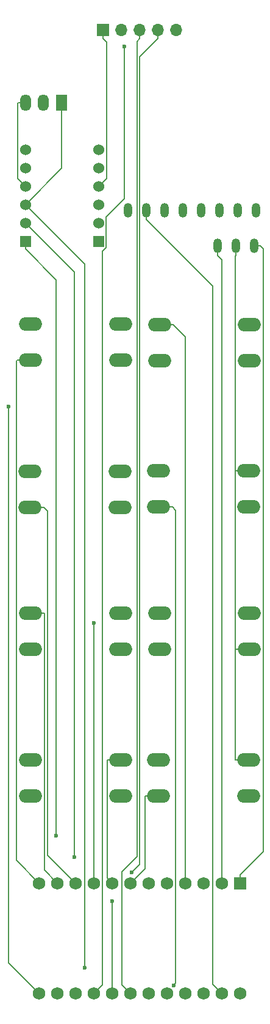
<source format=gbr>
%TF.GenerationSoftware,KiCad,Pcbnew,8.0.6*%
%TF.CreationDate,2025-02-23T20:10:21-06:00*%
%TF.ProjectId,fullycustomcontrolle one hand,66756c6c-7963-4757-9374-6f6d636f6e74,rev?*%
%TF.SameCoordinates,Original*%
%TF.FileFunction,Copper,L1,Top*%
%TF.FilePolarity,Positive*%
%FSLAX46Y46*%
G04 Gerber Fmt 4.6, Leading zero omitted, Abs format (unit mm)*
G04 Created by KiCad (PCBNEW 8.0.6) date 2025-02-23 20:10:21*
%MOMM*%
%LPD*%
G01*
G04 APERTURE LIST*
%TA.AperFunction,ComponentPad*%
%ADD10O,3.200000X1.900000*%
%TD*%
%TA.AperFunction,ComponentPad*%
%ADD11O,1.200000X2.000000*%
%TD*%
%TA.AperFunction,ComponentPad*%
%ADD12R,1.752600X1.752600*%
%TD*%
%TA.AperFunction,ComponentPad*%
%ADD13C,1.752600*%
%TD*%
%TA.AperFunction,ComponentPad*%
%ADD14R,1.700000X1.700000*%
%TD*%
%TA.AperFunction,ComponentPad*%
%ADD15O,1.700000X1.700000*%
%TD*%
%TA.AperFunction,ComponentPad*%
%ADD16C,1.524000*%
%TD*%
%TA.AperFunction,ComponentPad*%
%ADD17R,1.524000X1.524000*%
%TD*%
%TA.AperFunction,ComponentPad*%
%ADD18R,1.500000X2.300000*%
%TD*%
%TA.AperFunction,ComponentPad*%
%ADD19O,1.500000X2.300000*%
%TD*%
%TA.AperFunction,ViaPad*%
%ADD20C,0.600000*%
%TD*%
%TA.AperFunction,Conductor*%
%ADD21C,0.200000*%
%TD*%
G04 APERTURE END LIST*
D10*
%TO.P,SW9,1,1*%
%TO.N,Net-(SW9-Pad1)*%
X197685000Y-66755000D03*
X210185000Y-66755000D03*
%TO.P,SW9,2,2*%
%TO.N,Net-(U1-B6)*%
X197685000Y-71755000D03*
X210185000Y-71755000D03*
%TD*%
%TO.P,SW8,1,1*%
%TO.N,Net-(SW5-B)*%
X197585000Y-87035000D03*
X210085000Y-87035000D03*
%TO.P,SW8,2,2*%
%TO.N,Net-(U1-B2)*%
X197585000Y-92035000D03*
X210085000Y-92035000D03*
%TD*%
D11*
%TO.P,MPU1,1,VCC*%
%TO.N,Net-(MPU1-VCC)*%
X193330000Y-50950000D03*
%TO.P,MPU1,2,GND*%
%TO.N,Net-(J1-Pin_1)*%
X195870000Y-50950000D03*
%TO.P,MPU1,3,SCL*%
%TO.N,Net-(MPU1-SCL)*%
X198410000Y-50950000D03*
%TO.P,MPU1,4,SDA*%
%TO.N,Net-(MPU1-SDA)*%
X200950000Y-50950000D03*
%TO.P,MPU1,5,XDA*%
%TO.N,unconnected-(MPU1-XDA-Pad5)*%
X203490000Y-50950000D03*
%TO.P,MPU1,6,XCL*%
%TO.N,unconnected-(MPU1-XCL-Pad6)*%
X206030000Y-50950000D03*
%TO.P,MPU1,7,AD0*%
%TO.N,unconnected-(MPU1-AD0-Pad7)*%
X208570000Y-50950000D03*
%TO.P,MPU1,8,INT*%
%TO.N,unconnected-(MPU1-INT-Pad8)*%
X211110000Y-50950000D03*
%TD*%
%TO.P,SW5,1,A*%
%TO.N,Net-(SW5-A)*%
X210820000Y-55880000D03*
%TO.P,SW5,2,B*%
%TO.N,Net-(SW5-B)*%
X208280000Y-55880000D03*
%TO.P,SW5,3,C*%
%TO.N,Net-(SW5-C)*%
X205740000Y-55880000D03*
%TD*%
D10*
%TO.P,SW6,1,1*%
%TO.N,Net-(U1-E6)*%
X192205000Y-92075000D03*
X179705000Y-92075000D03*
%TO.P,SW6,2,2*%
%TO.N,Net-(SW5-B)*%
X192205000Y-87075000D03*
X179705000Y-87075000D03*
%TD*%
D12*
%TO.P,U1,1,TX*%
%TO.N,Net-(SW5-A)*%
X208915000Y-144145000D03*
D13*
%TO.P,U1,2,RX*%
%TO.N,Net-(SW5-C)*%
X206375000Y-144145000D03*
%TO.P,U1,3,GND*%
%TO.N,Net-(SW5-B)*%
X203835000Y-144145000D03*
%TO.P,U1,4,GND*%
%TO.N,Net-(SW9-Pad1)*%
X201295000Y-144145000D03*
%TO.P,U1,5,SDA*%
%TO.N,Net-(U1-SDA)*%
X198755000Y-144145000D03*
%TO.P,U1,6,SCL*%
%TO.N,Net-(U1-SCL)*%
X196215000Y-144145000D03*
%TO.P,U1,7,D4*%
%TO.N,Net-(U1-D4)*%
X193675000Y-144145000D03*
%TO.P,U1,8,C6*%
%TO.N,Net-(U1-C6)*%
X191135000Y-144145000D03*
%TO.P,U1,9,D7*%
%TO.N,Net-(U1-D7)*%
X188595000Y-144145000D03*
%TO.P,U1,10,E6*%
%TO.N,Net-(U1-E6)*%
X186055000Y-144145000D03*
%TO.P,U1,11,B4*%
%TO.N,Net-(U1-B4)*%
X183515000Y-144145000D03*
%TO.P,U1,12,B5*%
%TO.N,Net-(U1-B5)*%
X180975000Y-144145000D03*
%TO.P,U1,13,B6*%
%TO.N,Net-(U1-B6)*%
X180975000Y-159385000D03*
%TO.P,U1,14,B2*%
%TO.N,Net-(U1-B2)*%
X183515000Y-159385000D03*
%TO.P,U1,15,B3*%
%TO.N,unconnected-(U1-B3-Pad15)*%
X186055000Y-159385000D03*
%TO.P,U1,16,B1*%
%TO.N,Net-(J1-Pin_5)*%
X188595000Y-159385000D03*
%TO.P,U1,17,F7*%
%TO.N,Net-(J1-Pin_4)*%
X191135000Y-159385000D03*
%TO.P,U1,18,F6*%
%TO.N,Net-(J1-Pin_3)*%
X193675000Y-159385000D03*
%TO.P,U1,19,F5*%
%TO.N,unconnected-(U1-F5-Pad19)*%
X196215000Y-159385000D03*
%TO.P,U1,20,F4*%
%TO.N,unconnected-(U1-F4-Pad20)*%
X198755000Y-159385000D03*
%TO.P,U1,21,VCC*%
%TO.N,Net-(J1-Pin_2)*%
X201295000Y-159385000D03*
%TO.P,U1,22,RST*%
%TO.N,unconnected-(U1-RST-Pad22)*%
X203835000Y-159385000D03*
%TO.P,U1,23,GND*%
%TO.N,Net-(J1-Pin_1)*%
X206375000Y-159385000D03*
%TO.P,U1,24,RAW*%
%TO.N,unconnected-(U1-RAW-Pad24)*%
X208915000Y-159385000D03*
%TD*%
D10*
%TO.P,SW7,1,1*%
%TO.N,Net-(U1-B4)*%
X179805000Y-106720000D03*
X192305000Y-106720000D03*
%TO.P,SW7,2,2*%
%TO.N,Net-(SW5-B)*%
X179805000Y-111720000D03*
X192305000Y-111720000D03*
%TD*%
D14*
%TO.P,J1,1,Pin_1*%
%TO.N,Net-(J1-Pin_1)*%
X189865000Y-26010000D03*
D15*
%TO.P,J1,2,Pin_2*%
%TO.N,Net-(J1-Pin_2)*%
X192405000Y-26010000D03*
%TO.P,J1,3,Pin_3*%
%TO.N,Net-(J1-Pin_3)*%
X194945000Y-26010000D03*
%TO.P,J1,4,Pin_4*%
%TO.N,Net-(J1-Pin_4)*%
X197485000Y-26010000D03*
%TO.P,J1,5,Pin_5*%
%TO.N,Net-(J1-Pin_5)*%
X200025000Y-26010000D03*
%TD*%
D10*
%TO.P,SW1,1,1*%
%TO.N,Net-(U1-D7)*%
X197685000Y-106760000D03*
X210185000Y-106760000D03*
%TO.P,SW1,2,2*%
%TO.N,Net-(SW5-B)*%
X197685000Y-111760000D03*
X210185000Y-111760000D03*
%TD*%
D16*
%TO.P,U3,GND_1,GND*%
%TO.N,Net-(J1-Pin_1)*%
X179070000Y-47625000D03*
%TO.P,U3,GND_2,GND*%
X189230000Y-47625000D03*
%TO.P,U3,HV,HV*%
%TO.N,Net-(J1-Pin_2)*%
X179070000Y-50165000D03*
D17*
%TO.P,U3,HV1,HV1*%
%TO.N,Net-(U1-SDA)*%
X179070000Y-55245000D03*
D16*
%TO.P,U3,HV2,HV2*%
%TO.N,Net-(U1-SCL)*%
X179070000Y-52705000D03*
%TO.P,U3,HV3,HV3*%
%TO.N,unconnected-(U3-PadHV3)*%
X179070000Y-45085000D03*
%TO.P,U3,HV4,HV4*%
%TO.N,unconnected-(U3-PadHV4)*%
X179070000Y-42545000D03*
%TO.P,U3,LV,LV*%
%TO.N,Net-(MPU1-VCC)*%
X189230000Y-50165000D03*
D17*
%TO.P,U3,LV1,LV1*%
%TO.N,Net-(MPU1-SDA)*%
X189230000Y-55245000D03*
D16*
%TO.P,U3,LV2,LV2*%
%TO.N,Net-(MPU1-SCL)*%
X189230000Y-52705000D03*
%TO.P,U3,LV3,LV3*%
%TO.N,unconnected-(U3-PadLV3)*%
X189230000Y-45085000D03*
%TO.P,U3,LV4,LV4*%
%TO.N,unconnected-(U3-PadLV4)*%
X189230000Y-42545000D03*
%TD*%
D10*
%TO.P,SW2,1,1*%
%TO.N,Net-(U1-D4)*%
X210085000Y-132040000D03*
X197585000Y-132040000D03*
%TO.P,SW2,2,2*%
%TO.N,Net-(SW5-B)*%
X210085000Y-127040000D03*
X197585000Y-127040000D03*
%TD*%
%TO.P,SW3,1,1*%
%TO.N,Net-(U1-B5)*%
X192305000Y-71715000D03*
X179805000Y-71715000D03*
%TO.P,SW3,2,2*%
%TO.N,Net-(SW5-B)*%
X192305000Y-66715000D03*
X179805000Y-66715000D03*
%TD*%
D18*
%TO.P,U2,1,IN*%
%TO.N,Net-(J1-Pin_2)*%
X184100000Y-36015000D03*
D19*
%TO.P,U2,2,OUT*%
%TO.N,Net-(MPU1-VCC)*%
X181560000Y-36015000D03*
%TO.P,U2,3,GND*%
%TO.N,Net-(J1-Pin_1)*%
X179110000Y-36015000D03*
%TD*%
D10*
%TO.P,SW4,1,1*%
%TO.N,Net-(U1-C6)*%
X179805000Y-127040000D03*
X192305000Y-127040000D03*
%TO.P,SW4,2,2*%
%TO.N,Net-(SW5-B)*%
X179805000Y-132040000D03*
X192305000Y-132040000D03*
%TD*%
D20*
%TO.N,Net-(U1-B6)*%
X176728400Y-78107200D03*
%TO.N,Net-(U1-SDA)*%
X183328600Y-137523200D03*
%TO.N,Net-(U1-B2)*%
X199669900Y-158284100D03*
%TO.N,Net-(U1-SCL)*%
X185869200Y-140494000D03*
%TO.N,Net-(J1-Pin_5)*%
X192764700Y-28216700D03*
%TO.N,Net-(J1-Pin_4)*%
X193848900Y-142670600D03*
X191135000Y-146649500D03*
%TO.N,Net-(U1-D7)*%
X188555400Y-108063400D03*
%TO.N,Net-(J1-Pin_2)*%
X187325000Y-155879700D03*
%TD*%
D21*
%TO.N,Net-(SW9-Pad1)*%
X197685000Y-66755000D02*
X199586700Y-66755000D01*
X201295000Y-68463300D02*
X199586700Y-66755000D01*
X201295000Y-144145000D02*
X201295000Y-68463300D01*
%TO.N,Net-(U1-B6)*%
X176728400Y-155138400D02*
X176728400Y-78107200D01*
X180975000Y-159385000D02*
X176728400Y-155138400D01*
%TO.N,Net-(SW5-B)*%
X208183300Y-57278400D02*
X208183300Y-87035000D01*
X208280000Y-57181700D02*
X208183300Y-57278400D01*
X210085000Y-87035000D02*
X208183300Y-87035000D01*
X208280000Y-55880000D02*
X208280000Y-57181700D01*
X210185000Y-111760000D02*
X208283300Y-111760000D01*
X210085000Y-127040000D02*
X208183300Y-127040000D01*
X208183300Y-111860000D02*
X208283300Y-111760000D01*
X208183300Y-127040000D02*
X208183300Y-111860000D01*
X208183300Y-111660000D02*
X208183300Y-87035000D01*
X208283300Y-111760000D02*
X208183300Y-111660000D01*
%TO.N,Net-(U1-C6)*%
X190403300Y-143413300D02*
X190403300Y-127040000D01*
X191135000Y-144145000D02*
X190403300Y-143413300D01*
X192305000Y-127040000D02*
X190403300Y-127040000D01*
%TO.N,Net-(U1-B4)*%
X181706700Y-142336700D02*
X181706700Y-106720000D01*
X183515000Y-144145000D02*
X181706700Y-142336700D01*
X179805000Y-106720000D02*
X181706700Y-106720000D01*
%TO.N,Net-(SW5-A)*%
X212088700Y-56247000D02*
X211721700Y-55880000D01*
X212088700Y-139793300D02*
X212088700Y-56247000D01*
X208915000Y-142967000D02*
X212088700Y-139793300D01*
X208915000Y-144145000D02*
X208915000Y-142967000D01*
X210820000Y-55880000D02*
X211721700Y-55880000D01*
%TO.N,Net-(U1-SDA)*%
X183328600Y-60567300D02*
X183328600Y-137523200D01*
X179070000Y-56308700D02*
X183328600Y-60567300D01*
X179070000Y-55245000D02*
X179070000Y-56308700D01*
%TO.N,Net-(SW5-C)*%
X206375000Y-57816700D02*
X205740000Y-57181700D01*
X206375000Y-144145000D02*
X206375000Y-57816700D01*
X205740000Y-55880000D02*
X205740000Y-57181700D01*
%TO.N,Net-(U1-B2)*%
X199949300Y-92497600D02*
X199486700Y-92035000D01*
X199949300Y-158004700D02*
X199949300Y-92497600D01*
X199669900Y-158284100D02*
X199949300Y-158004700D01*
X197585000Y-92035000D02*
X199486700Y-92035000D01*
%TO.N,Net-(U1-E6)*%
X182149200Y-92617500D02*
X181606700Y-92075000D01*
X182149200Y-140239200D02*
X182149200Y-92617500D01*
X186055000Y-144145000D02*
X182149200Y-140239200D01*
X179705000Y-92075000D02*
X181606700Y-92075000D01*
%TO.N,Net-(U1-SCL)*%
X185869200Y-59504200D02*
X185869200Y-140494000D01*
X179070000Y-52705000D02*
X185869200Y-59504200D01*
%TO.N,Net-(J1-Pin_3)*%
X192480300Y-158190300D02*
X193675000Y-159385000D01*
X192480300Y-142541700D02*
X192480300Y-158190300D01*
X194543300Y-140478700D02*
X192480300Y-142541700D01*
X194543300Y-27563400D02*
X194543300Y-140478700D01*
X194945000Y-27161700D02*
X194543300Y-27563400D01*
X194945000Y-26010000D02*
X194945000Y-27161700D01*
%TO.N,Net-(J1-Pin_5)*%
X189784400Y-158195600D02*
X188595000Y-159385000D01*
X189784400Y-56641300D02*
X189784400Y-158195600D01*
X190293700Y-56132000D02*
X189784400Y-56641300D01*
X190293700Y-51848300D02*
X190293700Y-56132000D01*
X192764700Y-49377300D02*
X190293700Y-51848300D01*
X192764700Y-28216700D02*
X192764700Y-49377300D01*
%TO.N,Net-(J1-Pin_4)*%
X191135000Y-146649500D02*
X191135000Y-159385000D01*
X194945100Y-141574400D02*
X193848900Y-142670600D01*
X194945100Y-29701600D02*
X194945100Y-141574400D01*
X197485000Y-27161700D02*
X194945100Y-29701600D01*
X197485000Y-26010000D02*
X197485000Y-27161700D01*
%TO.N,Net-(U1-B5)*%
X177796800Y-140966800D02*
X180975000Y-144145000D01*
X177796800Y-71821500D02*
X177796800Y-140966800D01*
X177903300Y-71715000D02*
X177796800Y-71821500D01*
X179805000Y-71715000D02*
X177903300Y-71715000D01*
%TO.N,Net-(U1-D4)*%
X195683300Y-142136700D02*
X195683300Y-132040000D01*
X193675000Y-144145000D02*
X195683300Y-142136700D01*
X197585000Y-132040000D02*
X195683300Y-132040000D01*
%TO.N,Net-(U1-D7)*%
X188555400Y-144105400D02*
X188555400Y-108063400D01*
X188595000Y-144145000D02*
X188555400Y-144105400D01*
%TO.N,Net-(J1-Pin_2)*%
X184100000Y-45135000D02*
X184100000Y-36015000D01*
X179070000Y-50165000D02*
X184100000Y-45135000D01*
X187325000Y-58420000D02*
X187325000Y-155879700D01*
X179070000Y-50165000D02*
X187325000Y-58420000D01*
%TO.N,Net-(J1-Pin_1)*%
X177961600Y-46516600D02*
X179070000Y-47625000D01*
X177961600Y-36111700D02*
X177961600Y-46516600D01*
X178058300Y-36015000D02*
X177961600Y-36111700D01*
X179110000Y-36015000D02*
X178058300Y-36015000D01*
X190339100Y-46515900D02*
X189230000Y-47625000D01*
X190339100Y-27635800D02*
X190339100Y-46515900D01*
X189865000Y-27161700D02*
X190339100Y-27635800D01*
X189865000Y-26010000D02*
X189865000Y-27161700D01*
X205105000Y-158115000D02*
X206375000Y-159385000D01*
X205105000Y-61486700D02*
X205105000Y-158115000D01*
X195870000Y-52251700D02*
X205105000Y-61486700D01*
X195870000Y-50950000D02*
X195870000Y-52251700D01*
%TD*%
M02*

</source>
